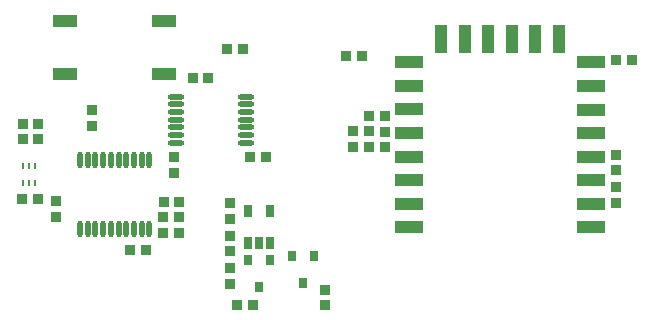
<source format=gbr>
%TF.GenerationSoftware,Altium Limited,Altium Designer,20.1.8 (145)*%
G04 Layer_Color=12040119*
%FSLAX45Y45*%
%MOMM*%
%TF.SameCoordinates,F0989897-1A12-473C-90C7-768902EF80F2*%
%TF.FilePolarity,Positive*%
%TF.FileFunction,Paste,Top*%
%TF.Part,Single*%
G01*
G75*
%TA.AperFunction,SMDPad,CuDef*%
G04:AMPARAMS|DCode=11|XSize=0.85mm|YSize=0.85mm|CornerRadius=0.0425mm|HoleSize=0mm|Usage=FLASHONLY|Rotation=0.000|XOffset=0mm|YOffset=0mm|HoleType=Round|Shape=RoundedRectangle|*
%AMROUNDEDRECTD11*
21,1,0.85000,0.76500,0,0,0.0*
21,1,0.76500,0.85000,0,0,0.0*
1,1,0.08500,0.38250,-0.38250*
1,1,0.08500,-0.38250,-0.38250*
1,1,0.08500,-0.38250,0.38250*
1,1,0.08500,0.38250,0.38250*
%
%ADD11ROUNDEDRECTD11*%
G04:AMPARAMS|DCode=12|XSize=0.6mm|YSize=0.9mm|CornerRadius=0.03mm|HoleSize=0mm|Usage=FLASHONLY|Rotation=0.000|XOffset=0mm|YOffset=0mm|HoleType=Round|Shape=RoundedRectangle|*
%AMROUNDEDRECTD12*
21,1,0.60000,0.84000,0,0,0.0*
21,1,0.54000,0.90000,0,0,0.0*
1,1,0.06000,0.27000,-0.42000*
1,1,0.06000,-0.27000,-0.42000*
1,1,0.06000,-0.27000,0.42000*
1,1,0.06000,0.27000,0.42000*
%
%ADD12ROUNDEDRECTD12*%
%ADD13O,0.45000X1.40000*%
G04:AMPARAMS|DCode=14|XSize=0.85mm|YSize=0.9mm|CornerRadius=0.0425mm|HoleSize=0mm|Usage=FLASHONLY|Rotation=270.000|XOffset=0mm|YOffset=0mm|HoleType=Round|Shape=RoundedRectangle|*
%AMROUNDEDRECTD14*
21,1,0.85000,0.81500,0,0,270.0*
21,1,0.76500,0.90000,0,0,270.0*
1,1,0.08500,-0.40750,-0.38250*
1,1,0.08500,-0.40750,0.38250*
1,1,0.08500,0.40750,0.38250*
1,1,0.08500,0.40750,-0.38250*
%
%ADD14ROUNDEDRECTD14*%
G04:AMPARAMS|DCode=15|XSize=0.85mm|YSize=0.9mm|CornerRadius=0.0425mm|HoleSize=0mm|Usage=FLASHONLY|Rotation=180.000|XOffset=0mm|YOffset=0mm|HoleType=Round|Shape=RoundedRectangle|*
%AMROUNDEDRECTD15*
21,1,0.85000,0.81500,0,0,180.0*
21,1,0.76500,0.90000,0,0,180.0*
1,1,0.08500,-0.38250,0.40750*
1,1,0.08500,0.38250,0.40750*
1,1,0.08500,0.38250,-0.40750*
1,1,0.08500,-0.38250,-0.40750*
%
%ADD15ROUNDEDRECTD15*%
%ADD16O,1.40000X0.45000*%
%TA.AperFunction,ConnectorPad*%
G04:AMPARAMS|DCode=17|XSize=1.1mm|YSize=2.3mm|CornerRadius=0.0055mm|HoleSize=0mm|Usage=FLASHONLY|Rotation=270.000|XOffset=0mm|YOffset=0mm|HoleType=Round|Shape=RoundedRectangle|*
%AMROUNDEDRECTD17*
21,1,1.10000,2.28900,0,0,270.0*
21,1,1.08900,2.30000,0,0,270.0*
1,1,0.01100,-1.14450,-0.54450*
1,1,0.01100,-1.14450,0.54450*
1,1,0.01100,1.14450,0.54450*
1,1,0.01100,1.14450,-0.54450*
%
%ADD17ROUNDEDRECTD17*%
G04:AMPARAMS|DCode=18|XSize=1.1mm|YSize=2.3mm|CornerRadius=0.0055mm|HoleSize=0mm|Usage=FLASHONLY|Rotation=0.000|XOffset=0mm|YOffset=0mm|HoleType=Round|Shape=RoundedRectangle|*
%AMROUNDEDRECTD18*
21,1,1.10000,2.28900,0,0,0.0*
21,1,1.08900,2.30000,0,0,0.0*
1,1,0.01100,0.54450,-1.14450*
1,1,0.01100,-0.54450,-1.14450*
1,1,0.01100,-0.54450,1.14450*
1,1,0.01100,0.54450,1.14450*
%
%ADD18ROUNDEDRECTD18*%
%TA.AperFunction,SMDPad,CuDef*%
G04:AMPARAMS|DCode=22|XSize=2.1mm|YSize=1mm|CornerRadius=0.05mm|HoleSize=0mm|Usage=FLASHONLY|Rotation=180.000|XOffset=0mm|YOffset=0mm|HoleType=Round|Shape=RoundedRectangle|*
%AMROUNDEDRECTD22*
21,1,2.10000,0.90000,0,0,180.0*
21,1,2.00000,1.00000,0,0,180.0*
1,1,0.10000,-1.00000,0.45000*
1,1,0.10000,1.00000,0.45000*
1,1,0.10000,1.00000,-0.45000*
1,1,0.10000,-1.00000,-0.45000*
%
%ADD22ROUNDEDRECTD22*%
G04:AMPARAMS|DCode=23|XSize=0.85mm|YSize=0.85mm|CornerRadius=0.0425mm|HoleSize=0mm|Usage=FLASHONLY|Rotation=90.000|XOffset=0mm|YOffset=0mm|HoleType=Round|Shape=RoundedRectangle|*
%AMROUNDEDRECTD23*
21,1,0.85000,0.76500,0,0,90.0*
21,1,0.76500,0.85000,0,0,90.0*
1,1,0.08500,0.38250,0.38250*
1,1,0.08500,0.38250,-0.38250*
1,1,0.08500,-0.38250,-0.38250*
1,1,0.08500,-0.38250,0.38250*
%
%ADD23ROUNDEDRECTD23*%
G04:AMPARAMS|DCode=24|XSize=0.6mm|YSize=1.05mm|CornerRadius=0.03mm|HoleSize=0mm|Usage=FLASHONLY|Rotation=180.000|XOffset=0mm|YOffset=0mm|HoleType=Round|Shape=RoundedRectangle|*
%AMROUNDEDRECTD24*
21,1,0.60000,0.99000,0,0,180.0*
21,1,0.54000,1.05000,0,0,180.0*
1,1,0.06000,-0.27000,0.49500*
1,1,0.06000,0.27000,0.49500*
1,1,0.06000,0.27000,-0.49500*
1,1,0.06000,-0.27000,-0.49500*
%
%ADD24ROUNDEDRECTD24*%
G04:AMPARAMS|DCode=25|XSize=0.25mm|YSize=0.55mm|CornerRadius=0.0125mm|HoleSize=0mm|Usage=FLASHONLY|Rotation=0.000|XOffset=0mm|YOffset=0mm|HoleType=Round|Shape=RoundedRectangle|*
%AMROUNDEDRECTD25*
21,1,0.25000,0.52500,0,0,0.0*
21,1,0.22500,0.55000,0,0,0.0*
1,1,0.02500,0.11250,-0.26250*
1,1,0.02500,-0.11250,-0.26250*
1,1,0.02500,-0.11250,0.26250*
1,1,0.02500,0.11250,0.26250*
%
%ADD25ROUNDEDRECTD25*%
D11*
X2781020Y351068D02*
D03*
Y221068D02*
D03*
X5246709Y1490769D02*
D03*
Y1360769D02*
D03*
X809080Y1741405D02*
D03*
Y1871405D02*
D03*
X1548835Y964960D02*
D03*
Y834960D02*
D03*
X1412580D02*
D03*
Y964960D02*
D03*
X3286760Y1688020D02*
D03*
Y1558020D02*
D03*
X5246709Y1219130D02*
D03*
Y1089130D02*
D03*
X504190Y1099185D02*
D03*
Y969185D02*
D03*
D12*
X2690880Y638660D02*
D03*
X2500880D02*
D03*
X2595880Y408660D02*
D03*
X2319370Y605721D02*
D03*
X2129370D02*
D03*
X2224370Y375721D02*
D03*
D13*
X708180Y868300D02*
D03*
X773180D02*
D03*
X838180D02*
D03*
X903180D02*
D03*
X968180D02*
D03*
X1033180D02*
D03*
X1098180D02*
D03*
X1163180D02*
D03*
X1228180D02*
D03*
X1293180D02*
D03*
X708180Y1453300D02*
D03*
X773180D02*
D03*
X838180D02*
D03*
X903180D02*
D03*
X968180D02*
D03*
X1033180D02*
D03*
X1098180D02*
D03*
X1163180D02*
D03*
X1228180D02*
D03*
X1293180D02*
D03*
D14*
X2285260Y1471295D02*
D03*
X2150261D02*
D03*
X2040425Y218440D02*
D03*
X2175425D02*
D03*
X5381631Y2299264D02*
D03*
X5246632D02*
D03*
X1263020Y683268D02*
D03*
X1128020D02*
D03*
X3092262Y2329784D02*
D03*
X2957262D02*
D03*
D15*
X1502480Y1343280D02*
D03*
Y1478280D02*
D03*
X1977381Y675167D02*
D03*
Y810166D02*
D03*
Y401300D02*
D03*
Y536300D02*
D03*
Y952556D02*
D03*
X1977381Y1087556D02*
D03*
D16*
X1522800Y1855000D02*
D03*
Y1790000D02*
D03*
Y1725000D02*
D03*
Y1660000D02*
D03*
Y1985000D02*
D03*
Y1920000D02*
D03*
Y1595000D02*
D03*
X2112800Y1985000D02*
D03*
Y1920000D02*
D03*
Y1855000D02*
D03*
Y1790000D02*
D03*
Y1725000D02*
D03*
Y1660000D02*
D03*
Y1595000D02*
D03*
D17*
X5031016Y878629D02*
D03*
Y2074969D02*
D03*
X3488916Y2278169D02*
D03*
X5031016Y1076749D02*
D03*
Y1277409D02*
D03*
Y1475529D02*
D03*
Y1678729D02*
D03*
Y1876849D02*
D03*
Y2275629D02*
D03*
X3488916Y2077509D02*
D03*
Y1879389D02*
D03*
X3491456Y1678729D02*
D03*
Y1478069D02*
D03*
Y1279949D02*
D03*
Y1076749D02*
D03*
Y878629D02*
D03*
D18*
X4761616Y2473909D02*
D03*
X4563496D02*
D03*
X4365376D02*
D03*
X4162176D02*
D03*
X3964056D02*
D03*
X3760856D02*
D03*
D22*
X580000Y2625000D02*
D03*
X1420000D02*
D03*
X580000Y2175000D02*
D03*
X1420000D02*
D03*
D23*
X3020060Y1558290D02*
D03*
X3150060D02*
D03*
X3150039Y1691640D02*
D03*
X3020039D02*
D03*
X3156760Y1824990D02*
D03*
X3286760D02*
D03*
X354328Y1627632D02*
D03*
X224328D02*
D03*
X224327Y1757277D02*
D03*
X354327D02*
D03*
X348853Y1122680D02*
D03*
X218853D02*
D03*
X1417565Y1093861D02*
D03*
X1547565D02*
D03*
X1790178Y2146738D02*
D03*
X1660178D02*
D03*
X2082969Y2391564D02*
D03*
X1952969D02*
D03*
D24*
X2129370Y749231D02*
D03*
X2224370Y749231D02*
D03*
X2319370Y749231D02*
D03*
Y1019231D02*
D03*
X2129370D02*
D03*
D25*
X326868Y1396364D02*
D03*
X276868D02*
D03*
X226868D02*
D03*
Y1251364D02*
D03*
X276868D02*
D03*
X326868D02*
D03*
%TF.MD5,ad32401045af35f36417c7ff2e3561d6*%
M02*

</source>
